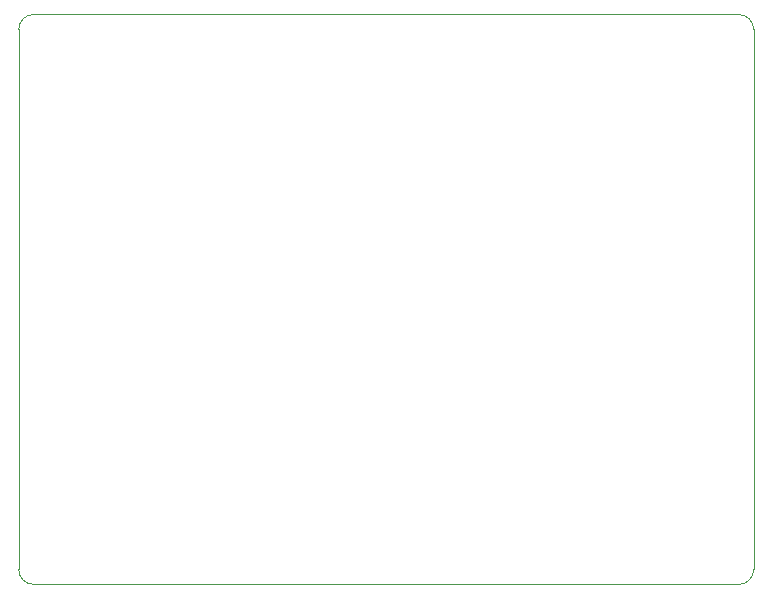
<source format=gbr>
G04 #@! TF.GenerationSoftware,KiCad,Pcbnew,(5.1.0-0)*
G04 #@! TF.CreationDate,2019-10-08T22:08:56-07:00*
G04 #@! TF.ProjectId,InstructionROMDaughterBoard,496e7374-7275-4637-9469-6f6e524f4d44,rev?*
G04 #@! TF.SameCoordinates,Original*
G04 #@! TF.FileFunction,Profile,NP*
%FSLAX46Y46*%
G04 Gerber Fmt 4.6, Leading zero omitted, Abs format (unit mm)*
G04 Created by KiCad (PCBNEW (5.1.0-0)) date 2019-10-08 22:08:56*
%MOMM*%
%LPD*%
G04 APERTURE LIST*
%ADD10C,0.050000*%
G04 APERTURE END LIST*
D10*
X111760000Y-54610000D02*
G75*
G02X113030000Y-53340000I1270000J0D01*
G01*
X113030000Y-101600000D02*
G75*
G02X111760000Y-100330000I0J1270000D01*
G01*
X173990000Y-100330000D02*
G75*
G02X172720000Y-101600000I-1270000J0D01*
G01*
X172720000Y-53340000D02*
G75*
G02X173990000Y-54610000I0J-1270000D01*
G01*
X172720000Y-53340000D02*
X113030000Y-53340000D01*
X173990000Y-100330000D02*
X173990000Y-54610000D01*
X113030000Y-101600000D02*
X172720000Y-101600000D01*
X111760000Y-54610000D02*
X111760000Y-100330000D01*
M02*

</source>
